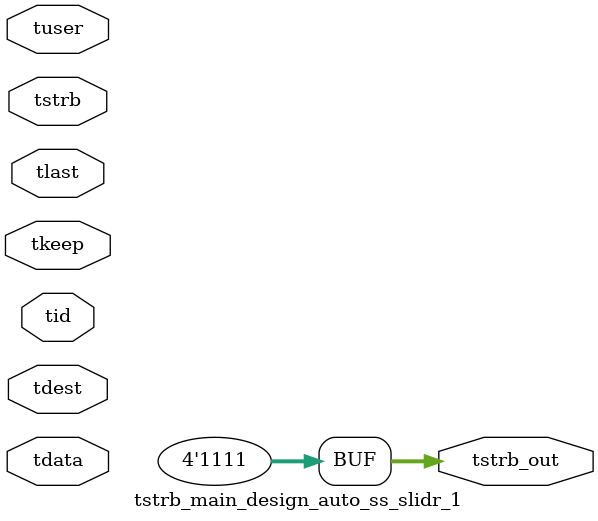
<source format=v>


`timescale 1ps/1ps

module tstrb_main_design_auto_ss_slidr_1 #
(
parameter C_S_AXIS_TDATA_WIDTH = 32,
parameter C_S_AXIS_TUSER_WIDTH = 0,
parameter C_S_AXIS_TID_WIDTH   = 0,
parameter C_S_AXIS_TDEST_WIDTH = 0,
parameter C_M_AXIS_TDATA_WIDTH = 32
)
(
input  [(C_S_AXIS_TDATA_WIDTH == 0 ? 1 : C_S_AXIS_TDATA_WIDTH)-1:0     ] tdata,
input  [(C_S_AXIS_TUSER_WIDTH == 0 ? 1 : C_S_AXIS_TUSER_WIDTH)-1:0     ] tuser,
input  [(C_S_AXIS_TID_WIDTH   == 0 ? 1 : C_S_AXIS_TID_WIDTH)-1:0       ] tid,
input  [(C_S_AXIS_TDEST_WIDTH == 0 ? 1 : C_S_AXIS_TDEST_WIDTH)-1:0     ] tdest,
input  [(C_S_AXIS_TDATA_WIDTH/8)-1:0 ] tkeep,
input  [(C_S_AXIS_TDATA_WIDTH/8)-1:0 ] tstrb,
input                                                                    tlast,
output [(C_M_AXIS_TDATA_WIDTH/8)-1:0 ] tstrb_out
);

assign tstrb_out = {4'b1111};

endmodule


</source>
